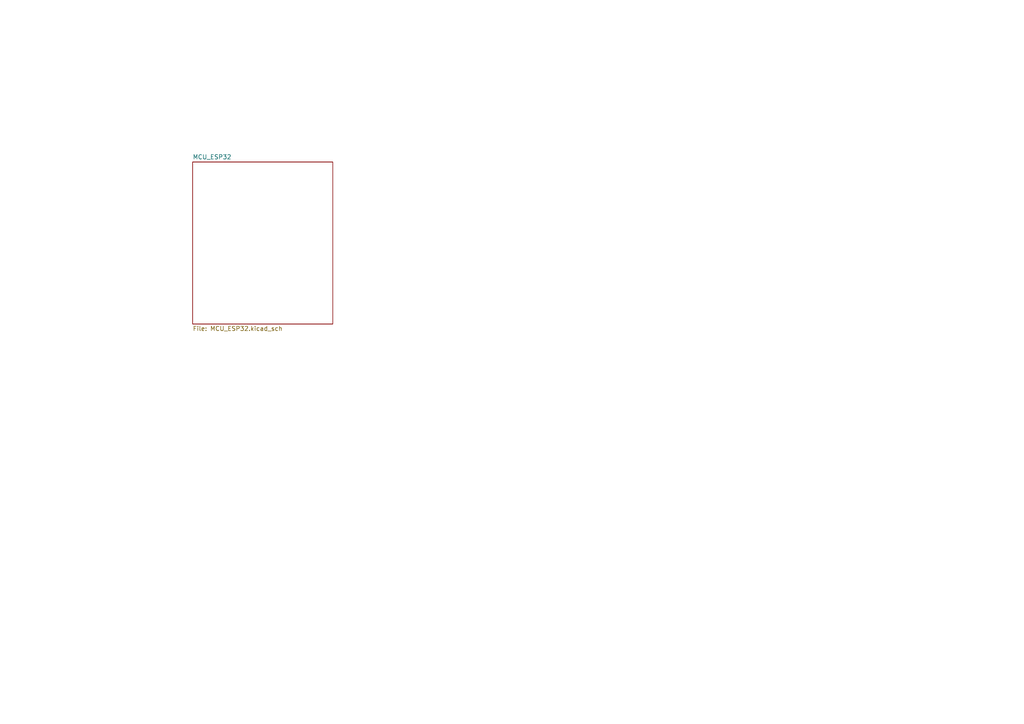
<source format=kicad_sch>
(kicad_sch
	(version 20231120)
	(generator "eeschema")
	(generator_version "8.0")
	(uuid "f573dde7-07e2-4cc9-9213-b17792d0dffb")
	(paper "A4")
	(lib_symbols)
	(sheet
		(at 55.88 46.99)
		(size 40.64 46.99)
		(fields_autoplaced yes)
		(stroke
			(width 0.1524)
			(type solid)
		)
		(fill
			(color 0 0 0 0.0000)
		)
		(uuid "1906e796-000c-4333-a2ac-80a1b14261a6")
		(property "Sheetname" "MCU_ESP32"
			(at 55.88 46.2784 0)
			(effects
				(font
					(size 1.27 1.27)
				)
				(justify left bottom)
			)
		)
		(property "Sheetfile" "MCU_ESP32.kicad_sch"
			(at 55.88 94.5646 0)
			(effects
				(font
					(size 1.27 1.27)
				)
				(justify left top)
			)
		)
		(instances
			(project "MCU_motorcycle"
				(path "/f573dde7-07e2-4cc9-9213-b17792d0dffb"
					(page "2")
				)
			)
		)
	)
	(sheet_instances
		(path "/"
			(page "1")
		)
	)
)
</source>
